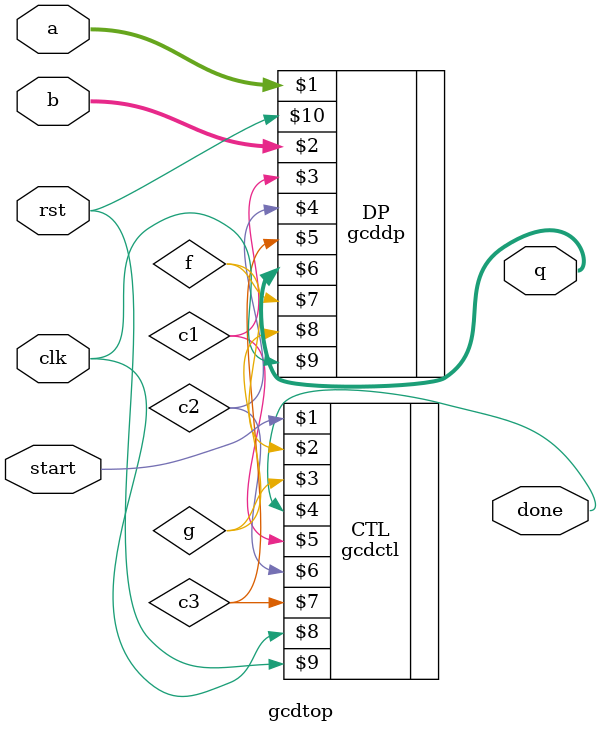
<source format=v>
module gcdtop(input wire [3:0] a,
	      input wire [3:0] b,
	      input wire       start,
	      output wire [3:0] q,
	      output wire      done,

	      input wire       clk,
	      input wire       rst);

   wire 		       c1, c2, c3, f, g;

   gcddp   DP(a, b, c1, c2, c3, q, f, g, clk, rst);
   gcdctl CTL(start, f, g, done, c1, c2, c3, clk, rst);

endmodule

</source>
